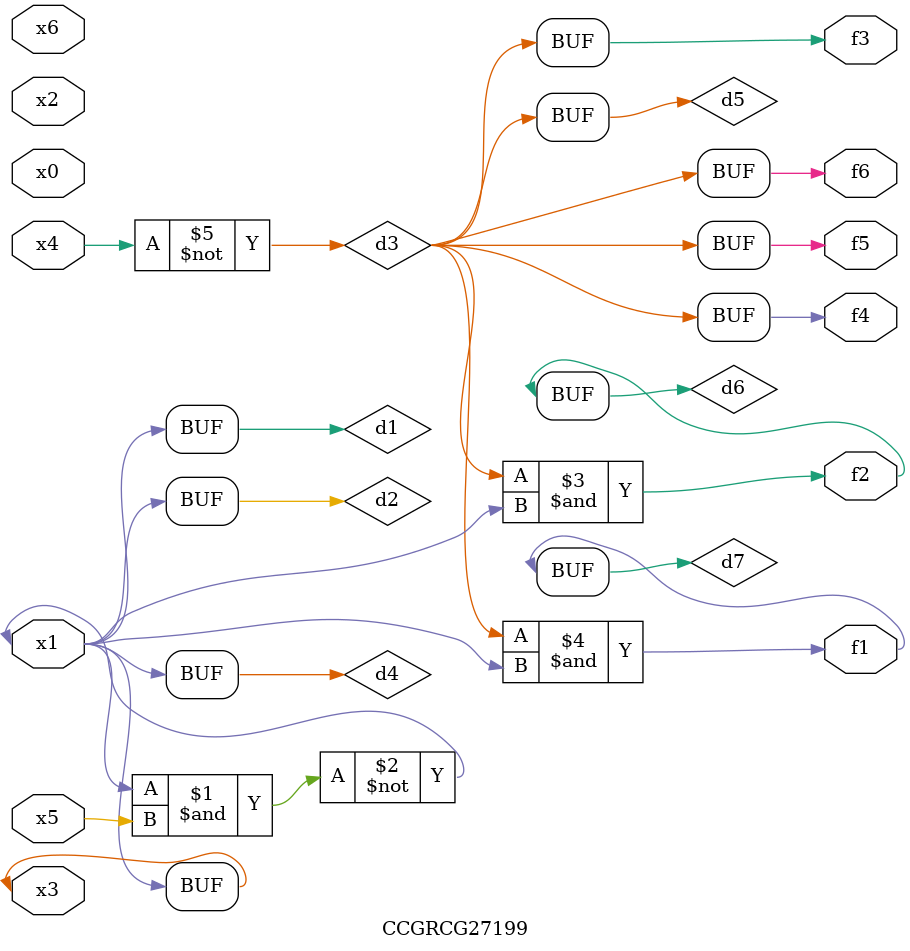
<source format=v>
module CCGRCG27199(
	input x0, x1, x2, x3, x4, x5, x6,
	output f1, f2, f3, f4, f5, f6
);

	wire d1, d2, d3, d4, d5, d6, d7;

	buf (d1, x1, x3);
	nand (d2, x1, x5);
	not (d3, x4);
	buf (d4, d1, d2);
	buf (d5, d3);
	and (d6, d3, d4);
	and (d7, d3, d4);
	assign f1 = d7;
	assign f2 = d6;
	assign f3 = d5;
	assign f4 = d5;
	assign f5 = d5;
	assign f6 = d5;
endmodule

</source>
